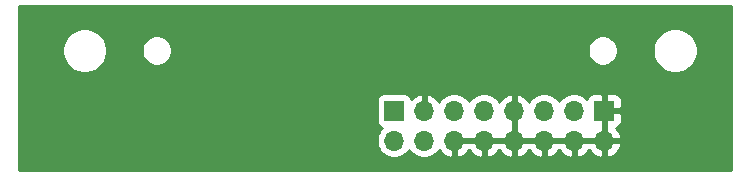
<source format=gbr>
G04 #@! TF.GenerationSoftware,KiCad,Pcbnew,5.1.5+dfsg1-2build2*
G04 #@! TF.CreationDate,2020-07-01T22:02:56+02:00*
G04 #@! TF.ProjectId,BaSe_SATA_Adapter_HDD_V1_1,42615365-5f53-4415-9441-5f4164617074,rev?*
G04 #@! TF.SameCoordinates,Original*
G04 #@! TF.FileFunction,Copper,L2,Bot*
G04 #@! TF.FilePolarity,Positive*
%FSLAX46Y46*%
G04 Gerber Fmt 4.6, Leading zero omitted, Abs format (unit mm)*
G04 Created by KiCad (PCBNEW 5.1.5+dfsg1-2build2) date 2020-07-01 22:02:56*
%MOMM*%
%LPD*%
G04 APERTURE LIST*
%ADD10O,1.700000X1.700000*%
%ADD11R,1.700000X1.700000*%
%ADD12C,0.800000*%
%ADD13C,0.254000*%
G04 APERTURE END LIST*
D10*
X135890000Y-50800000D03*
X135890000Y-48260000D03*
X133350000Y-50800000D03*
X133350000Y-48260000D03*
X130810000Y-50800000D03*
X130810000Y-48260000D03*
X128270000Y-50800000D03*
X128270000Y-48260000D03*
X125730000Y-50800000D03*
X125730000Y-48260000D03*
X123190000Y-50800000D03*
X123190000Y-48260000D03*
X120650000Y-50800000D03*
D11*
X120650000Y-48260000D03*
D10*
X138430000Y-50800000D03*
D11*
X138430000Y-48260000D03*
D12*
X148150000Y-42305000D03*
X148150000Y-48170000D03*
X148150000Y-44260000D03*
X148150000Y-46215000D03*
X148150000Y-40350000D03*
X106230587Y-39970000D03*
X146180000Y-39970000D03*
X143326464Y-39970000D03*
X120498232Y-39970000D03*
X103377058Y-39970000D03*
X123351761Y-39970000D03*
X117644703Y-39970000D03*
X137619406Y-39970000D03*
X109084116Y-39970000D03*
X140472935Y-39970000D03*
X134765877Y-39970000D03*
X131912348Y-39970000D03*
X126205290Y-39970000D03*
X111937645Y-39970000D03*
X97670000Y-39970000D03*
X114791174Y-39970000D03*
X129058819Y-39970000D03*
X100523529Y-39970000D03*
X125673950Y-42151000D03*
X125090000Y-46470000D03*
X131520000Y-46580000D03*
X127276375Y-42151000D03*
X128878800Y-42151000D03*
X130481225Y-42151000D03*
X132083650Y-42151000D03*
X133686075Y-42151000D03*
X135288500Y-42151000D03*
X135699500Y-46418500D03*
X136461500Y-45593000D03*
X136461500Y-42989500D03*
X136461500Y-44196000D03*
X126295000Y-43373000D03*
X126295000Y-44579500D03*
X126055000Y-45682500D03*
X103240000Y-42151000D03*
X104842425Y-42151000D03*
X106444850Y-42151000D03*
X108047275Y-42151000D03*
X109649700Y-42151000D03*
X111252125Y-42151000D03*
X112854550Y-42151000D03*
X114456975Y-42151000D03*
X116059400Y-42151000D03*
X117661825Y-42151000D03*
X119264250Y-42151000D03*
X120866675Y-42151000D03*
X122469100Y-42151000D03*
X124071525Y-42151000D03*
X89740000Y-40220000D03*
X89740000Y-42175000D03*
X89740000Y-44130000D03*
X89740000Y-46085000D03*
X89740000Y-48040000D03*
X148120000Y-50040000D03*
X148120000Y-52280000D03*
X97670000Y-52850000D03*
X100523529Y-52850000D03*
X103377058Y-52850000D03*
X109084116Y-52850000D03*
X111937645Y-52850000D03*
X114791174Y-52850000D03*
X106230587Y-52850000D03*
X117644703Y-52850000D03*
X120498232Y-52850000D03*
X123351761Y-52850000D03*
X126205290Y-52850000D03*
X129058819Y-52850000D03*
X131912348Y-52850000D03*
X134765877Y-52850000D03*
X137619406Y-52850000D03*
X140472935Y-52850000D03*
X143326464Y-52850000D03*
X146180000Y-52850000D03*
X94810000Y-39920000D03*
X91850000Y-39960000D03*
X91970000Y-48690000D03*
X95080000Y-48600000D03*
X98260000Y-48650000D03*
X101720000Y-48650000D03*
X102840000Y-50900000D03*
X112250000Y-48560000D03*
X110220000Y-48580000D03*
X116450000Y-46200000D03*
X140910000Y-45970000D03*
X142590000Y-45940000D03*
X144230000Y-47990000D03*
X144260000Y-50700000D03*
D13*
G36*
X149200001Y-53315000D02*
G01*
X88925000Y-53315000D01*
X88925000Y-47410000D01*
X119161928Y-47410000D01*
X119161928Y-49110000D01*
X119174188Y-49234482D01*
X119210498Y-49354180D01*
X119269463Y-49464494D01*
X119348815Y-49561185D01*
X119445506Y-49640537D01*
X119555820Y-49699502D01*
X119628380Y-49721513D01*
X119496525Y-49853368D01*
X119334010Y-50096589D01*
X119222068Y-50366842D01*
X119165000Y-50653740D01*
X119165000Y-50946260D01*
X119222068Y-51233158D01*
X119334010Y-51503411D01*
X119496525Y-51746632D01*
X119703368Y-51953475D01*
X119946589Y-52115990D01*
X120216842Y-52227932D01*
X120503740Y-52285000D01*
X120796260Y-52285000D01*
X121083158Y-52227932D01*
X121353411Y-52115990D01*
X121596632Y-51953475D01*
X121803475Y-51746632D01*
X121920000Y-51572240D01*
X122036525Y-51746632D01*
X122243368Y-51953475D01*
X122486589Y-52115990D01*
X122756842Y-52227932D01*
X123043740Y-52285000D01*
X123336260Y-52285000D01*
X123623158Y-52227932D01*
X123893411Y-52115990D01*
X124136632Y-51953475D01*
X124343475Y-51746632D01*
X124465195Y-51564466D01*
X124534822Y-51681355D01*
X124729731Y-51897588D01*
X124963080Y-52071641D01*
X125225901Y-52196825D01*
X125373110Y-52241476D01*
X125603000Y-52120155D01*
X125603000Y-50927000D01*
X125857000Y-50927000D01*
X125857000Y-52120155D01*
X126086890Y-52241476D01*
X126234099Y-52196825D01*
X126496920Y-52071641D01*
X126730269Y-51897588D01*
X126925178Y-51681355D01*
X127000000Y-51555745D01*
X127074822Y-51681355D01*
X127269731Y-51897588D01*
X127503080Y-52071641D01*
X127765901Y-52196825D01*
X127913110Y-52241476D01*
X128143000Y-52120155D01*
X128143000Y-50927000D01*
X128397000Y-50927000D01*
X128397000Y-52120155D01*
X128626890Y-52241476D01*
X128774099Y-52196825D01*
X129036920Y-52071641D01*
X129270269Y-51897588D01*
X129465178Y-51681355D01*
X129540000Y-51555745D01*
X129614822Y-51681355D01*
X129809731Y-51897588D01*
X130043080Y-52071641D01*
X130305901Y-52196825D01*
X130453110Y-52241476D01*
X130683000Y-52120155D01*
X130683000Y-50927000D01*
X130937000Y-50927000D01*
X130937000Y-52120155D01*
X131166890Y-52241476D01*
X131314099Y-52196825D01*
X131576920Y-52071641D01*
X131810269Y-51897588D01*
X132005178Y-51681355D01*
X132080000Y-51555745D01*
X132154822Y-51681355D01*
X132349731Y-51897588D01*
X132583080Y-52071641D01*
X132845901Y-52196825D01*
X132993110Y-52241476D01*
X133223000Y-52120155D01*
X133223000Y-50927000D01*
X133477000Y-50927000D01*
X133477000Y-52120155D01*
X133706890Y-52241476D01*
X133854099Y-52196825D01*
X134116920Y-52071641D01*
X134350269Y-51897588D01*
X134545178Y-51681355D01*
X134620000Y-51555745D01*
X134694822Y-51681355D01*
X134889731Y-51897588D01*
X135123080Y-52071641D01*
X135385901Y-52196825D01*
X135533110Y-52241476D01*
X135763000Y-52120155D01*
X135763000Y-50927000D01*
X136017000Y-50927000D01*
X136017000Y-52120155D01*
X136246890Y-52241476D01*
X136394099Y-52196825D01*
X136656920Y-52071641D01*
X136890269Y-51897588D01*
X137085178Y-51681355D01*
X137160000Y-51555745D01*
X137234822Y-51681355D01*
X137429731Y-51897588D01*
X137663080Y-52071641D01*
X137925901Y-52196825D01*
X138073110Y-52241476D01*
X138303000Y-52120155D01*
X138303000Y-50927000D01*
X138557000Y-50927000D01*
X138557000Y-52120155D01*
X138786890Y-52241476D01*
X138934099Y-52196825D01*
X139196920Y-52071641D01*
X139430269Y-51897588D01*
X139625178Y-51681355D01*
X139774157Y-51431252D01*
X139871481Y-51156891D01*
X139750814Y-50927000D01*
X138557000Y-50927000D01*
X138303000Y-50927000D01*
X136017000Y-50927000D01*
X135763000Y-50927000D01*
X133477000Y-50927000D01*
X133223000Y-50927000D01*
X130937000Y-50927000D01*
X130683000Y-50927000D01*
X128397000Y-50927000D01*
X128143000Y-50927000D01*
X125857000Y-50927000D01*
X125603000Y-50927000D01*
X125583000Y-50927000D01*
X125583000Y-50673000D01*
X125603000Y-50673000D01*
X125603000Y-50653000D01*
X125857000Y-50653000D01*
X125857000Y-50673000D01*
X128143000Y-50673000D01*
X128143000Y-50653000D01*
X128397000Y-50653000D01*
X128397000Y-50673000D01*
X130683000Y-50673000D01*
X130683000Y-48387000D01*
X130663000Y-48387000D01*
X130663000Y-48133000D01*
X130683000Y-48133000D01*
X130683000Y-46939845D01*
X130937000Y-46939845D01*
X130937000Y-48133000D01*
X130957000Y-48133000D01*
X130957000Y-48387000D01*
X130937000Y-48387000D01*
X130937000Y-50673000D01*
X133223000Y-50673000D01*
X133223000Y-50653000D01*
X133477000Y-50653000D01*
X133477000Y-50673000D01*
X135763000Y-50673000D01*
X135763000Y-50653000D01*
X136017000Y-50653000D01*
X136017000Y-50673000D01*
X138303000Y-50673000D01*
X138303000Y-48387000D01*
X138557000Y-48387000D01*
X138557000Y-50673000D01*
X139750814Y-50673000D01*
X139871481Y-50443109D01*
X139774157Y-50168748D01*
X139625178Y-49918645D01*
X139448374Y-49722498D01*
X139524180Y-49699502D01*
X139634494Y-49640537D01*
X139731185Y-49561185D01*
X139810537Y-49464494D01*
X139869502Y-49354180D01*
X139905812Y-49234482D01*
X139918072Y-49110000D01*
X139915000Y-48545750D01*
X139756250Y-48387000D01*
X138557000Y-48387000D01*
X138303000Y-48387000D01*
X138283000Y-48387000D01*
X138283000Y-48133000D01*
X138303000Y-48133000D01*
X138303000Y-46933750D01*
X138557000Y-46933750D01*
X138557000Y-48133000D01*
X139756250Y-48133000D01*
X139915000Y-47974250D01*
X139918072Y-47410000D01*
X139905812Y-47285518D01*
X139869502Y-47165820D01*
X139810537Y-47055506D01*
X139731185Y-46958815D01*
X139634494Y-46879463D01*
X139524180Y-46820498D01*
X139404482Y-46784188D01*
X139280000Y-46771928D01*
X138715750Y-46775000D01*
X138557000Y-46933750D01*
X138303000Y-46933750D01*
X138144250Y-46775000D01*
X137580000Y-46771928D01*
X137455518Y-46784188D01*
X137335820Y-46820498D01*
X137225506Y-46879463D01*
X137128815Y-46958815D01*
X137049463Y-47055506D01*
X136990498Y-47165820D01*
X136968487Y-47238380D01*
X136836632Y-47106525D01*
X136593411Y-46944010D01*
X136323158Y-46832068D01*
X136036260Y-46775000D01*
X135743740Y-46775000D01*
X135456842Y-46832068D01*
X135186589Y-46944010D01*
X134943368Y-47106525D01*
X134736525Y-47313368D01*
X134620000Y-47487760D01*
X134503475Y-47313368D01*
X134296632Y-47106525D01*
X134053411Y-46944010D01*
X133783158Y-46832068D01*
X133496260Y-46775000D01*
X133203740Y-46775000D01*
X132916842Y-46832068D01*
X132646589Y-46944010D01*
X132403368Y-47106525D01*
X132196525Y-47313368D01*
X132074805Y-47495534D01*
X132005178Y-47378645D01*
X131810269Y-47162412D01*
X131576920Y-46988359D01*
X131314099Y-46863175D01*
X131166890Y-46818524D01*
X130937000Y-46939845D01*
X130683000Y-46939845D01*
X130453110Y-46818524D01*
X130305901Y-46863175D01*
X130043080Y-46988359D01*
X129809731Y-47162412D01*
X129614822Y-47378645D01*
X129545195Y-47495534D01*
X129423475Y-47313368D01*
X129216632Y-47106525D01*
X128973411Y-46944010D01*
X128703158Y-46832068D01*
X128416260Y-46775000D01*
X128123740Y-46775000D01*
X127836842Y-46832068D01*
X127566589Y-46944010D01*
X127323368Y-47106525D01*
X127116525Y-47313368D01*
X127000000Y-47487760D01*
X126883475Y-47313368D01*
X126676632Y-47106525D01*
X126433411Y-46944010D01*
X126163158Y-46832068D01*
X125876260Y-46775000D01*
X125583740Y-46775000D01*
X125296842Y-46832068D01*
X125026589Y-46944010D01*
X124783368Y-47106525D01*
X124576525Y-47313368D01*
X124454805Y-47495534D01*
X124385178Y-47378645D01*
X124190269Y-47162412D01*
X123956920Y-46988359D01*
X123694099Y-46863175D01*
X123546890Y-46818524D01*
X123317000Y-46939845D01*
X123317000Y-48133000D01*
X123337000Y-48133000D01*
X123337000Y-48387000D01*
X123317000Y-48387000D01*
X123317000Y-48407000D01*
X123063000Y-48407000D01*
X123063000Y-48387000D01*
X123043000Y-48387000D01*
X123043000Y-48133000D01*
X123063000Y-48133000D01*
X123063000Y-46939845D01*
X122833110Y-46818524D01*
X122685901Y-46863175D01*
X122423080Y-46988359D01*
X122189731Y-47162412D01*
X122113966Y-47246466D01*
X122089502Y-47165820D01*
X122030537Y-47055506D01*
X121951185Y-46958815D01*
X121854494Y-46879463D01*
X121744180Y-46820498D01*
X121624482Y-46784188D01*
X121500000Y-46771928D01*
X119800000Y-46771928D01*
X119675518Y-46784188D01*
X119555820Y-46820498D01*
X119445506Y-46879463D01*
X119348815Y-46958815D01*
X119269463Y-47055506D01*
X119210498Y-47165820D01*
X119174188Y-47285518D01*
X119161928Y-47410000D01*
X88925000Y-47410000D01*
X88925000Y-42991881D01*
X92530000Y-42991881D01*
X92530000Y-43368119D01*
X92603400Y-43737127D01*
X92747380Y-44084724D01*
X92956406Y-44397554D01*
X93222446Y-44663594D01*
X93535276Y-44872620D01*
X93882873Y-45016600D01*
X94251881Y-45090000D01*
X94628119Y-45090000D01*
X94997127Y-45016600D01*
X95344724Y-44872620D01*
X95657554Y-44663594D01*
X95923594Y-44397554D01*
X96132620Y-44084724D01*
X96276600Y-43737127D01*
X96350000Y-43368119D01*
X96350000Y-43053439D01*
X99280000Y-43053439D01*
X99280000Y-43306561D01*
X99329381Y-43554821D01*
X99426247Y-43788676D01*
X99566875Y-43999140D01*
X99745860Y-44178125D01*
X99956324Y-44318753D01*
X100190179Y-44415619D01*
X100438439Y-44465000D01*
X100691561Y-44465000D01*
X100939821Y-44415619D01*
X101173676Y-44318753D01*
X101384140Y-44178125D01*
X101563125Y-43999140D01*
X101703753Y-43788676D01*
X101800619Y-43554821D01*
X101850000Y-43306561D01*
X101850000Y-43053439D01*
X137030000Y-43053439D01*
X137030000Y-43306561D01*
X137079381Y-43554821D01*
X137176247Y-43788676D01*
X137316875Y-43999140D01*
X137495860Y-44178125D01*
X137706324Y-44318753D01*
X137940179Y-44415619D01*
X138188439Y-44465000D01*
X138441561Y-44465000D01*
X138689821Y-44415619D01*
X138923676Y-44318753D01*
X139134140Y-44178125D01*
X139313125Y-43999140D01*
X139453753Y-43788676D01*
X139550619Y-43554821D01*
X139600000Y-43306561D01*
X139600000Y-43053439D01*
X139587756Y-42991881D01*
X142530000Y-42991881D01*
X142530000Y-43368119D01*
X142603400Y-43737127D01*
X142747380Y-44084724D01*
X142956406Y-44397554D01*
X143222446Y-44663594D01*
X143535276Y-44872620D01*
X143882873Y-45016600D01*
X144251881Y-45090000D01*
X144628119Y-45090000D01*
X144997127Y-45016600D01*
X145344724Y-44872620D01*
X145657554Y-44663594D01*
X145923594Y-44397554D01*
X146132620Y-44084724D01*
X146276600Y-43737127D01*
X146350000Y-43368119D01*
X146350000Y-42991881D01*
X146276600Y-42622873D01*
X146132620Y-42275276D01*
X145923594Y-41962446D01*
X145657554Y-41696406D01*
X145344724Y-41487380D01*
X144997127Y-41343400D01*
X144628119Y-41270000D01*
X144251881Y-41270000D01*
X143882873Y-41343400D01*
X143535276Y-41487380D01*
X143222446Y-41696406D01*
X142956406Y-41962446D01*
X142747380Y-42275276D01*
X142603400Y-42622873D01*
X142530000Y-42991881D01*
X139587756Y-42991881D01*
X139550619Y-42805179D01*
X139453753Y-42571324D01*
X139313125Y-42360860D01*
X139134140Y-42181875D01*
X138923676Y-42041247D01*
X138689821Y-41944381D01*
X138441561Y-41895000D01*
X138188439Y-41895000D01*
X137940179Y-41944381D01*
X137706324Y-42041247D01*
X137495860Y-42181875D01*
X137316875Y-42360860D01*
X137176247Y-42571324D01*
X137079381Y-42805179D01*
X137030000Y-43053439D01*
X101850000Y-43053439D01*
X101800619Y-42805179D01*
X101703753Y-42571324D01*
X101563125Y-42360860D01*
X101384140Y-42181875D01*
X101173676Y-42041247D01*
X100939821Y-41944381D01*
X100691561Y-41895000D01*
X100438439Y-41895000D01*
X100190179Y-41944381D01*
X99956324Y-42041247D01*
X99745860Y-42181875D01*
X99566875Y-42360860D01*
X99426247Y-42571324D01*
X99329381Y-42805179D01*
X99280000Y-43053439D01*
X96350000Y-43053439D01*
X96350000Y-42991881D01*
X96276600Y-42622873D01*
X96132620Y-42275276D01*
X95923594Y-41962446D01*
X95657554Y-41696406D01*
X95344724Y-41487380D01*
X94997127Y-41343400D01*
X94628119Y-41270000D01*
X94251881Y-41270000D01*
X93882873Y-41343400D01*
X93535276Y-41487380D01*
X93222446Y-41696406D01*
X92956406Y-41962446D01*
X92747380Y-42275276D01*
X92603400Y-42622873D01*
X92530000Y-42991881D01*
X88925000Y-42991881D01*
X88925000Y-39395000D01*
X149200000Y-39395000D01*
X149200001Y-53315000D01*
G37*
X149200001Y-53315000D02*
X88925000Y-53315000D01*
X88925000Y-47410000D01*
X119161928Y-47410000D01*
X119161928Y-49110000D01*
X119174188Y-49234482D01*
X119210498Y-49354180D01*
X119269463Y-49464494D01*
X119348815Y-49561185D01*
X119445506Y-49640537D01*
X119555820Y-49699502D01*
X119628380Y-49721513D01*
X119496525Y-49853368D01*
X119334010Y-50096589D01*
X119222068Y-50366842D01*
X119165000Y-50653740D01*
X119165000Y-50946260D01*
X119222068Y-51233158D01*
X119334010Y-51503411D01*
X119496525Y-51746632D01*
X119703368Y-51953475D01*
X119946589Y-52115990D01*
X120216842Y-52227932D01*
X120503740Y-52285000D01*
X120796260Y-52285000D01*
X121083158Y-52227932D01*
X121353411Y-52115990D01*
X121596632Y-51953475D01*
X121803475Y-51746632D01*
X121920000Y-51572240D01*
X122036525Y-51746632D01*
X122243368Y-51953475D01*
X122486589Y-52115990D01*
X122756842Y-52227932D01*
X123043740Y-52285000D01*
X123336260Y-52285000D01*
X123623158Y-52227932D01*
X123893411Y-52115990D01*
X124136632Y-51953475D01*
X124343475Y-51746632D01*
X124465195Y-51564466D01*
X124534822Y-51681355D01*
X124729731Y-51897588D01*
X124963080Y-52071641D01*
X125225901Y-52196825D01*
X125373110Y-52241476D01*
X125603000Y-52120155D01*
X125603000Y-50927000D01*
X125857000Y-50927000D01*
X125857000Y-52120155D01*
X126086890Y-52241476D01*
X126234099Y-52196825D01*
X126496920Y-52071641D01*
X126730269Y-51897588D01*
X126925178Y-51681355D01*
X127000000Y-51555745D01*
X127074822Y-51681355D01*
X127269731Y-51897588D01*
X127503080Y-52071641D01*
X127765901Y-52196825D01*
X127913110Y-52241476D01*
X128143000Y-52120155D01*
X128143000Y-50927000D01*
X128397000Y-50927000D01*
X128397000Y-52120155D01*
X128626890Y-52241476D01*
X128774099Y-52196825D01*
X129036920Y-52071641D01*
X129270269Y-51897588D01*
X129465178Y-51681355D01*
X129540000Y-51555745D01*
X129614822Y-51681355D01*
X129809731Y-51897588D01*
X130043080Y-52071641D01*
X130305901Y-52196825D01*
X130453110Y-52241476D01*
X130683000Y-52120155D01*
X130683000Y-50927000D01*
X130937000Y-50927000D01*
X130937000Y-52120155D01*
X131166890Y-52241476D01*
X131314099Y-52196825D01*
X131576920Y-52071641D01*
X131810269Y-51897588D01*
X132005178Y-51681355D01*
X132080000Y-51555745D01*
X132154822Y-51681355D01*
X132349731Y-51897588D01*
X132583080Y-52071641D01*
X132845901Y-52196825D01*
X132993110Y-52241476D01*
X133223000Y-52120155D01*
X133223000Y-50927000D01*
X133477000Y-50927000D01*
X133477000Y-52120155D01*
X133706890Y-52241476D01*
X133854099Y-52196825D01*
X134116920Y-52071641D01*
X134350269Y-51897588D01*
X134545178Y-51681355D01*
X134620000Y-51555745D01*
X134694822Y-51681355D01*
X134889731Y-51897588D01*
X135123080Y-52071641D01*
X135385901Y-52196825D01*
X135533110Y-52241476D01*
X135763000Y-52120155D01*
X135763000Y-50927000D01*
X136017000Y-50927000D01*
X136017000Y-52120155D01*
X136246890Y-52241476D01*
X136394099Y-52196825D01*
X136656920Y-52071641D01*
X136890269Y-51897588D01*
X137085178Y-51681355D01*
X137160000Y-51555745D01*
X137234822Y-51681355D01*
X137429731Y-51897588D01*
X137663080Y-52071641D01*
X137925901Y-52196825D01*
X138073110Y-52241476D01*
X138303000Y-52120155D01*
X138303000Y-50927000D01*
X138557000Y-50927000D01*
X138557000Y-52120155D01*
X138786890Y-52241476D01*
X138934099Y-52196825D01*
X139196920Y-52071641D01*
X139430269Y-51897588D01*
X139625178Y-51681355D01*
X139774157Y-51431252D01*
X139871481Y-51156891D01*
X139750814Y-50927000D01*
X138557000Y-50927000D01*
X138303000Y-50927000D01*
X136017000Y-50927000D01*
X135763000Y-50927000D01*
X133477000Y-50927000D01*
X133223000Y-50927000D01*
X130937000Y-50927000D01*
X130683000Y-50927000D01*
X128397000Y-50927000D01*
X128143000Y-50927000D01*
X125857000Y-50927000D01*
X125603000Y-50927000D01*
X125583000Y-50927000D01*
X125583000Y-50673000D01*
X125603000Y-50673000D01*
X125603000Y-50653000D01*
X125857000Y-50653000D01*
X125857000Y-50673000D01*
X128143000Y-50673000D01*
X128143000Y-50653000D01*
X128397000Y-50653000D01*
X128397000Y-50673000D01*
X130683000Y-50673000D01*
X130683000Y-48387000D01*
X130663000Y-48387000D01*
X130663000Y-48133000D01*
X130683000Y-48133000D01*
X130683000Y-46939845D01*
X130937000Y-46939845D01*
X130937000Y-48133000D01*
X130957000Y-48133000D01*
X130957000Y-48387000D01*
X130937000Y-48387000D01*
X130937000Y-50673000D01*
X133223000Y-50673000D01*
X133223000Y-50653000D01*
X133477000Y-50653000D01*
X133477000Y-50673000D01*
X135763000Y-50673000D01*
X135763000Y-50653000D01*
X136017000Y-50653000D01*
X136017000Y-50673000D01*
X138303000Y-50673000D01*
X138303000Y-48387000D01*
X138557000Y-48387000D01*
X138557000Y-50673000D01*
X139750814Y-50673000D01*
X139871481Y-50443109D01*
X139774157Y-50168748D01*
X139625178Y-49918645D01*
X139448374Y-49722498D01*
X139524180Y-49699502D01*
X139634494Y-49640537D01*
X139731185Y-49561185D01*
X139810537Y-49464494D01*
X139869502Y-49354180D01*
X139905812Y-49234482D01*
X139918072Y-49110000D01*
X139915000Y-48545750D01*
X139756250Y-48387000D01*
X138557000Y-48387000D01*
X138303000Y-48387000D01*
X138283000Y-48387000D01*
X138283000Y-48133000D01*
X138303000Y-48133000D01*
X138303000Y-46933750D01*
X138557000Y-46933750D01*
X138557000Y-48133000D01*
X139756250Y-48133000D01*
X139915000Y-47974250D01*
X139918072Y-47410000D01*
X139905812Y-47285518D01*
X139869502Y-47165820D01*
X139810537Y-47055506D01*
X139731185Y-46958815D01*
X139634494Y-46879463D01*
X139524180Y-46820498D01*
X139404482Y-46784188D01*
X139280000Y-46771928D01*
X138715750Y-46775000D01*
X138557000Y-46933750D01*
X138303000Y-46933750D01*
X138144250Y-46775000D01*
X137580000Y-46771928D01*
X137455518Y-46784188D01*
X137335820Y-46820498D01*
X137225506Y-46879463D01*
X137128815Y-46958815D01*
X137049463Y-47055506D01*
X136990498Y-47165820D01*
X136968487Y-47238380D01*
X136836632Y-47106525D01*
X136593411Y-46944010D01*
X136323158Y-46832068D01*
X136036260Y-46775000D01*
X135743740Y-46775000D01*
X135456842Y-46832068D01*
X135186589Y-46944010D01*
X134943368Y-47106525D01*
X134736525Y-47313368D01*
X134620000Y-47487760D01*
X134503475Y-47313368D01*
X134296632Y-47106525D01*
X134053411Y-46944010D01*
X133783158Y-46832068D01*
X133496260Y-46775000D01*
X133203740Y-46775000D01*
X132916842Y-46832068D01*
X132646589Y-46944010D01*
X132403368Y-47106525D01*
X132196525Y-47313368D01*
X132074805Y-47495534D01*
X132005178Y-47378645D01*
X131810269Y-47162412D01*
X131576920Y-46988359D01*
X131314099Y-46863175D01*
X131166890Y-46818524D01*
X130937000Y-46939845D01*
X130683000Y-46939845D01*
X130453110Y-46818524D01*
X130305901Y-46863175D01*
X130043080Y-46988359D01*
X129809731Y-47162412D01*
X129614822Y-47378645D01*
X129545195Y-47495534D01*
X129423475Y-47313368D01*
X129216632Y-47106525D01*
X128973411Y-46944010D01*
X128703158Y-46832068D01*
X128416260Y-46775000D01*
X128123740Y-46775000D01*
X127836842Y-46832068D01*
X127566589Y-46944010D01*
X127323368Y-47106525D01*
X127116525Y-47313368D01*
X127000000Y-47487760D01*
X126883475Y-47313368D01*
X126676632Y-47106525D01*
X126433411Y-46944010D01*
X126163158Y-46832068D01*
X125876260Y-46775000D01*
X125583740Y-46775000D01*
X125296842Y-46832068D01*
X125026589Y-46944010D01*
X124783368Y-47106525D01*
X124576525Y-47313368D01*
X124454805Y-47495534D01*
X124385178Y-47378645D01*
X124190269Y-47162412D01*
X123956920Y-46988359D01*
X123694099Y-46863175D01*
X123546890Y-46818524D01*
X123317000Y-46939845D01*
X123317000Y-48133000D01*
X123337000Y-48133000D01*
X123337000Y-48387000D01*
X123317000Y-48387000D01*
X123317000Y-48407000D01*
X123063000Y-48407000D01*
X123063000Y-48387000D01*
X123043000Y-48387000D01*
X123043000Y-48133000D01*
X123063000Y-48133000D01*
X123063000Y-46939845D01*
X122833110Y-46818524D01*
X122685901Y-46863175D01*
X122423080Y-46988359D01*
X122189731Y-47162412D01*
X122113966Y-47246466D01*
X122089502Y-47165820D01*
X122030537Y-47055506D01*
X121951185Y-46958815D01*
X121854494Y-46879463D01*
X121744180Y-46820498D01*
X121624482Y-46784188D01*
X121500000Y-46771928D01*
X119800000Y-46771928D01*
X119675518Y-46784188D01*
X119555820Y-46820498D01*
X119445506Y-46879463D01*
X119348815Y-46958815D01*
X119269463Y-47055506D01*
X119210498Y-47165820D01*
X119174188Y-47285518D01*
X119161928Y-47410000D01*
X88925000Y-47410000D01*
X88925000Y-42991881D01*
X92530000Y-42991881D01*
X92530000Y-43368119D01*
X92603400Y-43737127D01*
X92747380Y-44084724D01*
X92956406Y-44397554D01*
X93222446Y-44663594D01*
X93535276Y-44872620D01*
X93882873Y-45016600D01*
X94251881Y-45090000D01*
X94628119Y-45090000D01*
X94997127Y-45016600D01*
X95344724Y-44872620D01*
X95657554Y-44663594D01*
X95923594Y-44397554D01*
X96132620Y-44084724D01*
X96276600Y-43737127D01*
X96350000Y-43368119D01*
X96350000Y-43053439D01*
X99280000Y-43053439D01*
X99280000Y-43306561D01*
X99329381Y-43554821D01*
X99426247Y-43788676D01*
X99566875Y-43999140D01*
X99745860Y-44178125D01*
X99956324Y-44318753D01*
X100190179Y-44415619D01*
X100438439Y-44465000D01*
X100691561Y-44465000D01*
X100939821Y-44415619D01*
X101173676Y-44318753D01*
X101384140Y-44178125D01*
X101563125Y-43999140D01*
X101703753Y-43788676D01*
X101800619Y-43554821D01*
X101850000Y-43306561D01*
X101850000Y-43053439D01*
X137030000Y-43053439D01*
X137030000Y-43306561D01*
X137079381Y-43554821D01*
X137176247Y-43788676D01*
X137316875Y-43999140D01*
X137495860Y-44178125D01*
X137706324Y-44318753D01*
X137940179Y-44415619D01*
X138188439Y-44465000D01*
X138441561Y-44465000D01*
X138689821Y-44415619D01*
X138923676Y-44318753D01*
X139134140Y-44178125D01*
X139313125Y-43999140D01*
X139453753Y-43788676D01*
X139550619Y-43554821D01*
X139600000Y-43306561D01*
X139600000Y-43053439D01*
X139587756Y-42991881D01*
X142530000Y-42991881D01*
X142530000Y-43368119D01*
X142603400Y-43737127D01*
X142747380Y-44084724D01*
X142956406Y-44397554D01*
X143222446Y-44663594D01*
X143535276Y-44872620D01*
X143882873Y-45016600D01*
X144251881Y-45090000D01*
X144628119Y-45090000D01*
X144997127Y-45016600D01*
X145344724Y-44872620D01*
X145657554Y-44663594D01*
X145923594Y-44397554D01*
X146132620Y-44084724D01*
X146276600Y-43737127D01*
X146350000Y-43368119D01*
X146350000Y-42991881D01*
X146276600Y-42622873D01*
X146132620Y-42275276D01*
X145923594Y-41962446D01*
X145657554Y-41696406D01*
X145344724Y-41487380D01*
X144997127Y-41343400D01*
X144628119Y-41270000D01*
X144251881Y-41270000D01*
X143882873Y-41343400D01*
X143535276Y-41487380D01*
X143222446Y-41696406D01*
X142956406Y-41962446D01*
X142747380Y-42275276D01*
X142603400Y-42622873D01*
X142530000Y-42991881D01*
X139587756Y-42991881D01*
X139550619Y-42805179D01*
X139453753Y-42571324D01*
X139313125Y-42360860D01*
X139134140Y-42181875D01*
X138923676Y-42041247D01*
X138689821Y-41944381D01*
X138441561Y-41895000D01*
X138188439Y-41895000D01*
X137940179Y-41944381D01*
X137706324Y-42041247D01*
X137495860Y-42181875D01*
X137316875Y-42360860D01*
X137176247Y-42571324D01*
X137079381Y-42805179D01*
X137030000Y-43053439D01*
X101850000Y-43053439D01*
X101800619Y-42805179D01*
X101703753Y-42571324D01*
X101563125Y-42360860D01*
X101384140Y-42181875D01*
X101173676Y-42041247D01*
X100939821Y-41944381D01*
X100691561Y-41895000D01*
X100438439Y-41895000D01*
X100190179Y-41944381D01*
X99956324Y-42041247D01*
X99745860Y-42181875D01*
X99566875Y-42360860D01*
X99426247Y-42571324D01*
X99329381Y-42805179D01*
X99280000Y-43053439D01*
X96350000Y-43053439D01*
X96350000Y-42991881D01*
X96276600Y-42622873D01*
X96132620Y-42275276D01*
X95923594Y-41962446D01*
X95657554Y-41696406D01*
X95344724Y-41487380D01*
X94997127Y-41343400D01*
X94628119Y-41270000D01*
X94251881Y-41270000D01*
X93882873Y-41343400D01*
X93535276Y-41487380D01*
X93222446Y-41696406D01*
X92956406Y-41962446D01*
X92747380Y-42275276D01*
X92603400Y-42622873D01*
X92530000Y-42991881D01*
X88925000Y-42991881D01*
X88925000Y-39395000D01*
X149200000Y-39395000D01*
X149200001Y-53315000D01*
M02*

</source>
